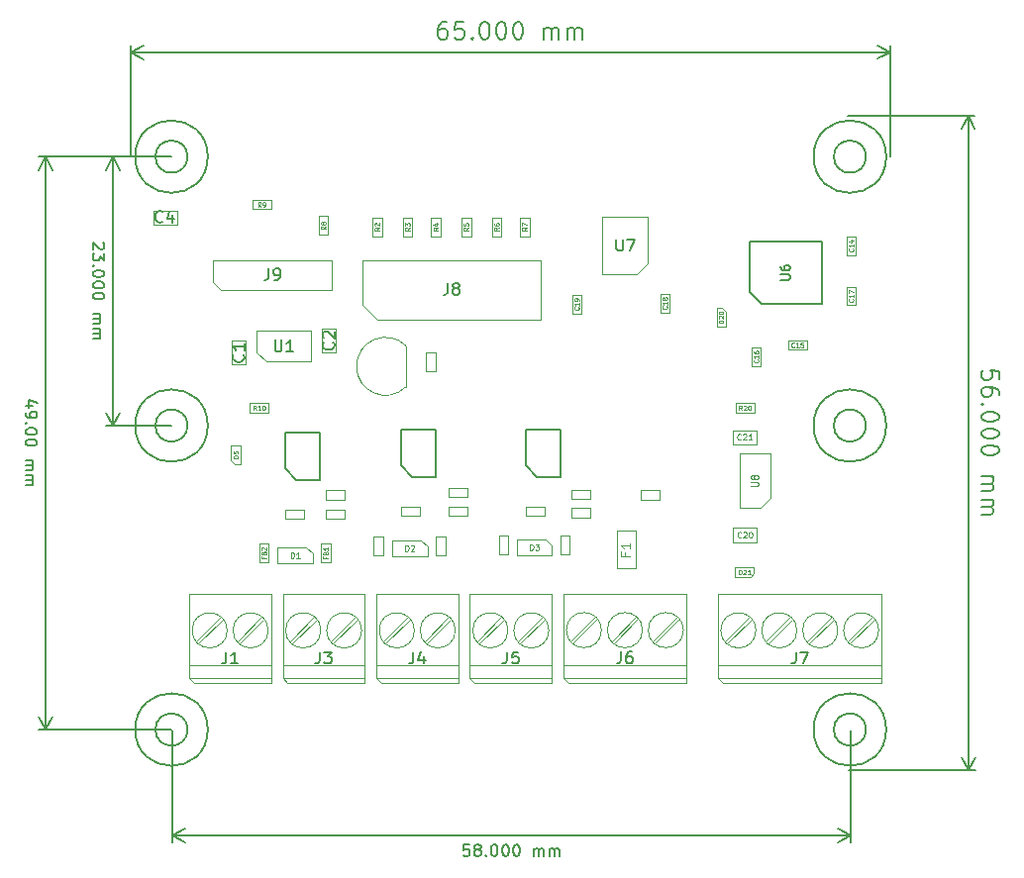
<source format=gbr>
G04 #@! TF.GenerationSoftware,KiCad,Pcbnew,(5.1.5-0-10_14)*
G04 #@! TF.CreationDate,2020-04-19T22:53:18-04:00*
G04 #@! TF.ProjectId,RPi-pHat-Thermocouple,5250692d-7048-4617-942d-546865726d6f,rev?*
G04 #@! TF.SameCoordinates,Original*
G04 #@! TF.FileFunction,Other,Fab,Top*
%FSLAX46Y46*%
G04 Gerber Fmt 4.6, Leading zero omitted, Abs format (unit mm)*
G04 Created by KiCad (PCBNEW (5.1.5-0-10_14)) date 2020-04-19 22:53:18*
%MOMM*%
%LPD*%
G04 APERTURE LIST*
%ADD10C,0.150000*%
%ADD11C,0.100000*%
%ADD12C,0.060000*%
%ADD13C,0.075000*%
%ADD14C,0.120000*%
%ADD15C,0.080000*%
%ADD16C,0.090000*%
G04 APERTURE END LIST*
D10*
X41453529Y-86835755D02*
X40977339Y-86835804D01*
X40929769Y-87312000D01*
X40977383Y-87264376D01*
X41072616Y-87216747D01*
X41310712Y-87216722D01*
X41405955Y-87264331D01*
X41453579Y-87311945D01*
X41501207Y-87407178D01*
X41501232Y-87645274D01*
X41453623Y-87740517D01*
X41406009Y-87788141D01*
X41310776Y-87835770D01*
X41072680Y-87835794D01*
X40977437Y-87788185D01*
X40929813Y-87740571D01*
X42072621Y-87264262D02*
X41977378Y-87216653D01*
X41929754Y-87169039D01*
X41882125Y-87073806D01*
X41882120Y-87026187D01*
X41929730Y-86930944D01*
X41977344Y-86883320D01*
X42072577Y-86835691D01*
X42263053Y-86835671D01*
X42358296Y-86883280D01*
X42405920Y-86930894D01*
X42453549Y-87026128D01*
X42453554Y-87073747D01*
X42405945Y-87168990D01*
X42358331Y-87216614D01*
X42263097Y-87264243D01*
X42072621Y-87264262D01*
X41977388Y-87311891D01*
X41929774Y-87359515D01*
X41882165Y-87454758D01*
X41882184Y-87645234D01*
X41929813Y-87740467D01*
X41977437Y-87788082D01*
X42072680Y-87835691D01*
X42263157Y-87835671D01*
X42358390Y-87788042D01*
X42406004Y-87740418D01*
X42453613Y-87645175D01*
X42453593Y-87454699D01*
X42405964Y-87359466D01*
X42358340Y-87311852D01*
X42263097Y-87264243D01*
X42882194Y-87740369D02*
X42929818Y-87787983D01*
X42882204Y-87835607D01*
X42834580Y-87787993D01*
X42882194Y-87740369D01*
X42882204Y-87835607D01*
X43548767Y-86835538D02*
X43644005Y-86835528D01*
X43739248Y-86883137D01*
X43786872Y-86930752D01*
X43834501Y-87025985D01*
X43882140Y-87216456D01*
X43882165Y-87454551D01*
X43834565Y-87645032D01*
X43786956Y-87740275D01*
X43739342Y-87787899D01*
X43644109Y-87835528D01*
X43548871Y-87835538D01*
X43453628Y-87787929D01*
X43406004Y-87740315D01*
X43358375Y-87645082D01*
X43310736Y-87454610D01*
X43310712Y-87216515D01*
X43358311Y-87026034D01*
X43405920Y-86930791D01*
X43453534Y-86883167D01*
X43548767Y-86835538D01*
X44501148Y-86835440D02*
X44596386Y-86835430D01*
X44691629Y-86883039D01*
X44739253Y-86930653D01*
X44786882Y-87025886D01*
X44834521Y-87216357D01*
X44834546Y-87454453D01*
X44786946Y-87644934D01*
X44739337Y-87740177D01*
X44691723Y-87787801D01*
X44596490Y-87835430D01*
X44501252Y-87835440D01*
X44406009Y-87787830D01*
X44358385Y-87740216D01*
X44310756Y-87644983D01*
X44263117Y-87454512D01*
X44263092Y-87216417D01*
X44310692Y-87025935D01*
X44358301Y-86930692D01*
X44405915Y-86883068D01*
X44501148Y-86835440D01*
X45453529Y-86835341D02*
X45548767Y-86835331D01*
X45644010Y-86882940D01*
X45691634Y-86930555D01*
X45739263Y-87025788D01*
X45786902Y-87216259D01*
X45786927Y-87454354D01*
X45739327Y-87644835D01*
X45691718Y-87740078D01*
X45644104Y-87787702D01*
X45548871Y-87835331D01*
X45453633Y-87835341D01*
X45358390Y-87787732D01*
X45310766Y-87740118D01*
X45263137Y-87644885D01*
X45215498Y-87454413D01*
X45215473Y-87216318D01*
X45263073Y-87025837D01*
X45310682Y-86930594D01*
X45358296Y-86882970D01*
X45453529Y-86835341D01*
X46977442Y-87835183D02*
X46977373Y-87168517D01*
X46977383Y-87263755D02*
X47024997Y-87216131D01*
X47120230Y-87168502D01*
X47263088Y-87168487D01*
X47358331Y-87216096D01*
X47405959Y-87311330D01*
X47406014Y-87835139D01*
X47405959Y-87311330D02*
X47453569Y-87216087D01*
X47548802Y-87168458D01*
X47691659Y-87168443D01*
X47786902Y-87216052D01*
X47834531Y-87311285D01*
X47834585Y-87835095D01*
X48310776Y-87835045D02*
X48310707Y-87168379D01*
X48310716Y-87263617D02*
X48358331Y-87215993D01*
X48453564Y-87168364D01*
X48596421Y-87168349D01*
X48691664Y-87215958D01*
X48739293Y-87311192D01*
X48739347Y-87835001D01*
X48739293Y-87311192D02*
X48786902Y-87215949D01*
X48882135Y-87168320D01*
X49024992Y-87168305D01*
X49120235Y-87215914D01*
X49167864Y-87311147D01*
X49167918Y-87834957D01*
X16072500Y-86086000D02*
X74072500Y-86080000D01*
X16071567Y-77067136D02*
X16072561Y-86672421D01*
X74071567Y-77061136D02*
X74072561Y-86666421D01*
X74072500Y-86080000D02*
X72946057Y-86666537D01*
X74072500Y-86080000D02*
X72945936Y-85493696D01*
X16072500Y-86086000D02*
X17199064Y-86672304D01*
X16072500Y-86086000D02*
X17198943Y-85499463D01*
X10164880Y-35353142D02*
X10212500Y-35400761D01*
X10260119Y-35496000D01*
X10260119Y-35734095D01*
X10212500Y-35829333D01*
X10164880Y-35876952D01*
X10069642Y-35924571D01*
X9974404Y-35924571D01*
X9831547Y-35876952D01*
X9260119Y-35305523D01*
X9260119Y-35924571D01*
X10260119Y-36257904D02*
X10260119Y-36876952D01*
X9879166Y-36543619D01*
X9879166Y-36686476D01*
X9831547Y-36781714D01*
X9783928Y-36829333D01*
X9688690Y-36876952D01*
X9450595Y-36876952D01*
X9355357Y-36829333D01*
X9307738Y-36781714D01*
X9260119Y-36686476D01*
X9260119Y-36400761D01*
X9307738Y-36305523D01*
X9355357Y-36257904D01*
X9355357Y-37305523D02*
X9307738Y-37353142D01*
X9260119Y-37305523D01*
X9307738Y-37257904D01*
X9355357Y-37305523D01*
X9260119Y-37305523D01*
X10260119Y-37972190D02*
X10260119Y-38067428D01*
X10212500Y-38162666D01*
X10164880Y-38210285D01*
X10069642Y-38257904D01*
X9879166Y-38305523D01*
X9641071Y-38305523D01*
X9450595Y-38257904D01*
X9355357Y-38210285D01*
X9307738Y-38162666D01*
X9260119Y-38067428D01*
X9260119Y-37972190D01*
X9307738Y-37876952D01*
X9355357Y-37829333D01*
X9450595Y-37781714D01*
X9641071Y-37734095D01*
X9879166Y-37734095D01*
X10069642Y-37781714D01*
X10164880Y-37829333D01*
X10212500Y-37876952D01*
X10260119Y-37972190D01*
X10260119Y-38924571D02*
X10260119Y-39019809D01*
X10212500Y-39115047D01*
X10164880Y-39162666D01*
X10069642Y-39210285D01*
X9879166Y-39257904D01*
X9641071Y-39257904D01*
X9450595Y-39210285D01*
X9355357Y-39162666D01*
X9307738Y-39115047D01*
X9260119Y-39019809D01*
X9260119Y-38924571D01*
X9307738Y-38829333D01*
X9355357Y-38781714D01*
X9450595Y-38734095D01*
X9641071Y-38686476D01*
X9879166Y-38686476D01*
X10069642Y-38734095D01*
X10164880Y-38781714D01*
X10212500Y-38829333D01*
X10260119Y-38924571D01*
X10260119Y-39876952D02*
X10260119Y-39972190D01*
X10212500Y-40067428D01*
X10164880Y-40115047D01*
X10069642Y-40162666D01*
X9879166Y-40210285D01*
X9641071Y-40210285D01*
X9450595Y-40162666D01*
X9355357Y-40115047D01*
X9307738Y-40067428D01*
X9260119Y-39972190D01*
X9260119Y-39876952D01*
X9307738Y-39781714D01*
X9355357Y-39734095D01*
X9450595Y-39686476D01*
X9641071Y-39638857D01*
X9879166Y-39638857D01*
X10069642Y-39686476D01*
X10164880Y-39734095D01*
X10212500Y-39781714D01*
X10260119Y-39876952D01*
X9260119Y-41400761D02*
X9926785Y-41400761D01*
X9831547Y-41400761D02*
X9879166Y-41448380D01*
X9926785Y-41543619D01*
X9926785Y-41686476D01*
X9879166Y-41781714D01*
X9783928Y-41829333D01*
X9260119Y-41829333D01*
X9783928Y-41829333D02*
X9879166Y-41876952D01*
X9926785Y-41972190D01*
X9926785Y-42115047D01*
X9879166Y-42210285D01*
X9783928Y-42257904D01*
X9260119Y-42257904D01*
X9260119Y-42734095D02*
X9926785Y-42734095D01*
X9831547Y-42734095D02*
X9879166Y-42781714D01*
X9926785Y-42876952D01*
X9926785Y-43019809D01*
X9879166Y-43115047D01*
X9783928Y-43162666D01*
X9260119Y-43162666D01*
X9783928Y-43162666D02*
X9879166Y-43210285D01*
X9926785Y-43305523D01*
X9926785Y-43448380D01*
X9879166Y-43543619D01*
X9783928Y-43591238D01*
X9260119Y-43591238D01*
X11012500Y-27996000D02*
X11012500Y-50996000D01*
X16012500Y-27996000D02*
X10426079Y-27996000D01*
X16012500Y-50996000D02*
X10426079Y-50996000D01*
X11012500Y-50996000D02*
X10426079Y-49869496D01*
X11012500Y-50996000D02*
X11598921Y-49869496D01*
X11012500Y-27996000D02*
X10426079Y-29122504D01*
X11012500Y-27996000D02*
X11598921Y-29122504D01*
X4165472Y-49313137D02*
X3498806Y-49313137D01*
X4546425Y-49075042D02*
X3832139Y-48836947D01*
X3832139Y-49455994D01*
X3498806Y-49884566D02*
X3498806Y-50075042D01*
X3546425Y-50170280D01*
X3594044Y-50217899D01*
X3736901Y-50313137D01*
X3927377Y-50360756D01*
X4308329Y-50360756D01*
X4403567Y-50313137D01*
X4451187Y-50265518D01*
X4498806Y-50170280D01*
X4498806Y-49979804D01*
X4451187Y-49884566D01*
X4403567Y-49836947D01*
X4308329Y-49789328D01*
X4070234Y-49789328D01*
X3974996Y-49836947D01*
X3927377Y-49884566D01*
X3879758Y-49979804D01*
X3879758Y-50170280D01*
X3927377Y-50265518D01*
X3974996Y-50313137D01*
X4070234Y-50360756D01*
X3594044Y-50789328D02*
X3546425Y-50836947D01*
X3498806Y-50789328D01*
X3546425Y-50741709D01*
X3594044Y-50789328D01*
X3498806Y-50789328D01*
X4498806Y-51455994D02*
X4498806Y-51551233D01*
X4451187Y-51646471D01*
X4403567Y-51694090D01*
X4308329Y-51741709D01*
X4117853Y-51789328D01*
X3879758Y-51789328D01*
X3689282Y-51741709D01*
X3594044Y-51694090D01*
X3546425Y-51646471D01*
X3498806Y-51551233D01*
X3498806Y-51455994D01*
X3546425Y-51360756D01*
X3594044Y-51313137D01*
X3689282Y-51265518D01*
X3879758Y-51217899D01*
X4117853Y-51217899D01*
X4308329Y-51265518D01*
X4403567Y-51313137D01*
X4451187Y-51360756D01*
X4498806Y-51455994D01*
X4498806Y-52408375D02*
X4498806Y-52503614D01*
X4451187Y-52598852D01*
X4403567Y-52646471D01*
X4308329Y-52694090D01*
X4117853Y-52741709D01*
X3879758Y-52741709D01*
X3689282Y-52694090D01*
X3594044Y-52646471D01*
X3546425Y-52598852D01*
X3498806Y-52503614D01*
X3498806Y-52408375D01*
X3546425Y-52313137D01*
X3594044Y-52265518D01*
X3689282Y-52217899D01*
X3879758Y-52170280D01*
X4117853Y-52170280D01*
X4308329Y-52217899D01*
X4403567Y-52265518D01*
X4451187Y-52313137D01*
X4498806Y-52408375D01*
X3498806Y-53932185D02*
X4165472Y-53932185D01*
X4070234Y-53932185D02*
X4117853Y-53979804D01*
X4165472Y-54075042D01*
X4165472Y-54217899D01*
X4117853Y-54313137D01*
X4022615Y-54360756D01*
X3498806Y-54360756D01*
X4022615Y-54360756D02*
X4117853Y-54408375D01*
X4165472Y-54503614D01*
X4165472Y-54646471D01*
X4117853Y-54741709D01*
X4022615Y-54789328D01*
X3498806Y-54789328D01*
X3498806Y-55265518D02*
X4165472Y-55265518D01*
X4070234Y-55265518D02*
X4117853Y-55313137D01*
X4165472Y-55408375D01*
X4165472Y-55551233D01*
X4117853Y-55646471D01*
X4022615Y-55694090D01*
X3498806Y-55694090D01*
X4022615Y-55694090D02*
X4117853Y-55741709D01*
X4165472Y-55836947D01*
X4165472Y-55979804D01*
X4117853Y-56075042D01*
X4022615Y-56122661D01*
X3498806Y-56122661D01*
X5249937Y-28000548D02*
X5252437Y-77006548D01*
X16000000Y-28000000D02*
X4663516Y-28000578D01*
X16002500Y-77006000D02*
X4666016Y-77006578D01*
X5252437Y-77006548D02*
X4665959Y-75880074D01*
X5252437Y-77006548D02*
X5838800Y-75880014D01*
X5249937Y-28000548D02*
X4663574Y-29127082D01*
X5249937Y-28000548D02*
X5836415Y-29127022D01*
X86727961Y-47035130D02*
X86727833Y-46320845D01*
X86013535Y-46249544D01*
X86084976Y-46320960D01*
X86156430Y-46463804D01*
X86156494Y-46820947D01*
X86085091Y-46963817D01*
X86013675Y-47035258D01*
X85870831Y-47106712D01*
X85513688Y-47106776D01*
X85370818Y-47035373D01*
X85299377Y-46963957D01*
X85227922Y-46821113D01*
X85227859Y-46463970D01*
X85299262Y-46321100D01*
X85370678Y-46249659D01*
X86728203Y-48392273D02*
X86728152Y-48106559D01*
X86656698Y-47963715D01*
X86585257Y-47892299D01*
X86370945Y-47749480D01*
X86085218Y-47678102D01*
X85513790Y-47678204D01*
X85370945Y-47749659D01*
X85299530Y-47821100D01*
X85228127Y-47963970D01*
X85228178Y-48249684D01*
X85299632Y-48392528D01*
X85371073Y-48463944D01*
X85513943Y-48535347D01*
X85871086Y-48535284D01*
X86013930Y-48463829D01*
X86085346Y-48392388D01*
X86156749Y-48249518D01*
X86156698Y-47963804D01*
X86085244Y-47820960D01*
X86013803Y-47749544D01*
X85870933Y-47678141D01*
X85371200Y-49178230D02*
X85299785Y-49249671D01*
X85228343Y-49178255D01*
X85299759Y-49106814D01*
X85371200Y-49178230D01*
X85228343Y-49178255D01*
X86728522Y-50177988D02*
X86728547Y-50320845D01*
X86657144Y-50463715D01*
X86585729Y-50535156D01*
X86442884Y-50606610D01*
X86157183Y-50678090D01*
X85800040Y-50678153D01*
X85514313Y-50606776D01*
X85371443Y-50535373D01*
X85300002Y-50463957D01*
X85228547Y-50321113D01*
X85228522Y-50178255D01*
X85299925Y-50035386D01*
X85371341Y-49963944D01*
X85514185Y-49892490D01*
X85799887Y-49821011D01*
X86157030Y-49820947D01*
X86442757Y-49892324D01*
X86585626Y-49963727D01*
X86657068Y-50035143D01*
X86728522Y-50177988D01*
X86728777Y-51606559D02*
X86728803Y-51749416D01*
X86657399Y-51892286D01*
X86585984Y-51963727D01*
X86443139Y-52035181D01*
X86157438Y-52106661D01*
X85800295Y-52106725D01*
X85514568Y-52035347D01*
X85371698Y-51963944D01*
X85300257Y-51892528D01*
X85228803Y-51749684D01*
X85228777Y-51606827D01*
X85300180Y-51463957D01*
X85371596Y-51392516D01*
X85514440Y-51321062D01*
X85800142Y-51249582D01*
X86157285Y-51249518D01*
X86443012Y-51320896D01*
X86585882Y-51392299D01*
X86657323Y-51463715D01*
X86728777Y-51606559D01*
X86729032Y-53035130D02*
X86729058Y-53177988D01*
X86657655Y-53320857D01*
X86586239Y-53392299D01*
X86443394Y-53463753D01*
X86157693Y-53535232D01*
X85800550Y-53535296D01*
X85514823Y-53463919D01*
X85371953Y-53392516D01*
X85300512Y-53321100D01*
X85229058Y-53178255D01*
X85229032Y-53035398D01*
X85300435Y-52892528D01*
X85371851Y-52821087D01*
X85514695Y-52749633D01*
X85800397Y-52678153D01*
X86157540Y-52678090D01*
X86443267Y-52749467D01*
X86586137Y-52820870D01*
X86657578Y-52892286D01*
X86729032Y-53035130D01*
X85229440Y-55321112D02*
X86229440Y-55320934D01*
X86086583Y-55320959D02*
X86158024Y-55392375D01*
X86229479Y-55535220D01*
X86229517Y-55749505D01*
X86158114Y-55892375D01*
X86015269Y-55963829D01*
X85229555Y-55963970D01*
X86015269Y-55963829D02*
X86158139Y-56035232D01*
X86229593Y-56178077D01*
X86229632Y-56392362D01*
X86158229Y-56535232D01*
X86015384Y-56606686D01*
X85229670Y-56606827D01*
X85229797Y-57321112D02*
X86229797Y-57320934D01*
X86086940Y-57320959D02*
X86158382Y-57392375D01*
X86229836Y-57535220D01*
X86229874Y-57749505D01*
X86158471Y-57892375D01*
X86015626Y-57963829D01*
X85229912Y-57963970D01*
X86015626Y-57963829D02*
X86158496Y-58035232D01*
X86229950Y-58178077D01*
X86229989Y-58392362D01*
X86158586Y-58535232D01*
X86015741Y-58606686D01*
X85230027Y-58606827D01*
X84102502Y-24464170D02*
X84112502Y-80464170D01*
X73852500Y-24466000D02*
X84688923Y-24464065D01*
X73862500Y-80466000D02*
X84698923Y-80464065D01*
X84112502Y-80464170D02*
X83525880Y-79337771D01*
X84112502Y-80464170D02*
X84698722Y-79337562D01*
X84102502Y-24464170D02*
X83516282Y-25590778D01*
X84102502Y-24464170D02*
X84689124Y-25590569D01*
X39481867Y-16459533D02*
X39196152Y-16459797D01*
X39053361Y-16531357D01*
X38981999Y-16602852D01*
X38839339Y-16817269D01*
X38768175Y-17103049D01*
X38768702Y-17674478D01*
X38840262Y-17817269D01*
X38911757Y-17888631D01*
X39054680Y-17959928D01*
X39340394Y-17959664D01*
X39483185Y-17888104D01*
X39554548Y-17816610D01*
X39625845Y-17673687D01*
X39625515Y-17316544D01*
X39553954Y-17173753D01*
X39482460Y-17102390D01*
X39339537Y-17031093D01*
X39053823Y-17031357D01*
X38911032Y-17102918D01*
X38839669Y-17174412D01*
X38768372Y-17317335D01*
X40981866Y-16458149D02*
X40267581Y-16458808D01*
X40196811Y-17173159D01*
X40268174Y-17101665D01*
X40410965Y-17030104D01*
X40768108Y-17029775D01*
X40911031Y-17101071D01*
X40982525Y-17172434D01*
X41054086Y-17315225D01*
X41054415Y-17672368D01*
X40983119Y-17815291D01*
X40911756Y-17886785D01*
X40768965Y-17958346D01*
X40411822Y-17958675D01*
X40268899Y-17887379D01*
X40197405Y-17816016D01*
X41697404Y-17814632D02*
X41768899Y-17885994D01*
X41697536Y-17957489D01*
X41626042Y-17886126D01*
X41697404Y-17814632D01*
X41697536Y-17957489D01*
X42696151Y-16456566D02*
X42839008Y-16456434D01*
X42981931Y-16527731D01*
X43053426Y-16599094D01*
X43124986Y-16741885D01*
X43196678Y-17027533D01*
X43197008Y-17384676D01*
X43125843Y-17670456D01*
X43054546Y-17813379D01*
X42983184Y-17884873D01*
X42840393Y-17956434D01*
X42697536Y-17956566D01*
X42554613Y-17885269D01*
X42483118Y-17813906D01*
X42411558Y-17671115D01*
X42339865Y-17385467D01*
X42339536Y-17028324D01*
X42410701Y-16742544D01*
X42481997Y-16599621D01*
X42553360Y-16528127D01*
X42696151Y-16456566D01*
X44124722Y-16455247D02*
X44267579Y-16455116D01*
X44410502Y-16526412D01*
X44481996Y-16597775D01*
X44553557Y-16740566D01*
X44625249Y-17026214D01*
X44625579Y-17383357D01*
X44554414Y-17669137D01*
X44483117Y-17812060D01*
X44411755Y-17883555D01*
X44268963Y-17955115D01*
X44126106Y-17955247D01*
X43983183Y-17883950D01*
X43911689Y-17812588D01*
X43840128Y-17669796D01*
X43768436Y-17384148D01*
X43768107Y-17027005D01*
X43839271Y-16741225D01*
X43910568Y-16598302D01*
X43981931Y-16526808D01*
X44124722Y-16455247D01*
X45553293Y-16453929D02*
X45696150Y-16453797D01*
X45839073Y-16525094D01*
X45910567Y-16596456D01*
X45982128Y-16739247D01*
X46053820Y-17024896D01*
X46054150Y-17382038D01*
X45982985Y-17667818D01*
X45911688Y-17810741D01*
X45840325Y-17882236D01*
X45697534Y-17953796D01*
X45554677Y-17953928D01*
X45411754Y-17882631D01*
X45340260Y-17811269D01*
X45268699Y-17668478D01*
X45197007Y-17382830D01*
X45196677Y-17025687D01*
X45267842Y-16739907D01*
X45339139Y-16596984D01*
X45410501Y-16525489D01*
X45553293Y-16453929D01*
X47840391Y-17951818D02*
X47839467Y-16951819D01*
X47839599Y-17094676D02*
X47910962Y-17023181D01*
X48053753Y-16951621D01*
X48268039Y-16951423D01*
X48410962Y-17022720D01*
X48482522Y-17165511D01*
X48483247Y-17951225D01*
X48482522Y-17165511D02*
X48553819Y-17022588D01*
X48696610Y-16951027D01*
X48910896Y-16950830D01*
X49053819Y-17022126D01*
X49125379Y-17164918D01*
X49126104Y-17950631D01*
X49840390Y-17949972D02*
X49839467Y-16949973D01*
X49839598Y-17092830D02*
X49910961Y-17021335D01*
X50053752Y-16949775D01*
X50268038Y-16949577D01*
X50410961Y-17020874D01*
X50482521Y-17163665D01*
X50483247Y-17949379D01*
X50482521Y-17163665D02*
X50553818Y-17020742D01*
X50696609Y-16949181D01*
X50910895Y-16948984D01*
X51053818Y-17020280D01*
X51125378Y-17163071D01*
X51126103Y-17948785D01*
X12484285Y-19105884D02*
X77484285Y-19045884D01*
X12492500Y-28006000D02*
X12483743Y-18519463D01*
X77492500Y-27946000D02*
X77483743Y-18459463D01*
X77484285Y-19045884D02*
X76358323Y-19633344D01*
X77484285Y-19045884D02*
X76357240Y-18460503D01*
X12484285Y-19105884D02*
X13611330Y-19691265D01*
X12484285Y-19105884D02*
X13610247Y-18518424D01*
D11*
X32330000Y-40640000D02*
X32330000Y-36830000D01*
X32330000Y-36830000D02*
X47570000Y-36830000D01*
X47570000Y-36830000D02*
X47570000Y-41910000D01*
X47570000Y-41910000D02*
X33600000Y-41910000D01*
X33600000Y-41910000D02*
X32330000Y-40640000D01*
D10*
X65412500Y-39566000D02*
X65412500Y-35266000D01*
X65412500Y-35266000D02*
X71612500Y-35266000D01*
X71612500Y-35266000D02*
X71612500Y-40566000D01*
X71612500Y-40566000D02*
X66412500Y-40566000D01*
X66412500Y-40566000D02*
X65412500Y-39566000D01*
X77100000Y-77000000D02*
G75*
G03X77100000Y-77000000I-3100000J0D01*
G01*
X75375000Y-77000000D02*
G75*
G03X75375000Y-77000000I-1375000J0D01*
G01*
X19100000Y-77000000D02*
G75*
G03X19100000Y-77000000I-3100000J0D01*
G01*
X17375000Y-77000000D02*
G75*
G03X17375000Y-77000000I-1375000J0D01*
G01*
D11*
X28800000Y-62700000D02*
X28800000Y-61100000D01*
X29600000Y-62700000D02*
X28800000Y-62700000D01*
X29600000Y-61100000D02*
X29600000Y-62700000D01*
X28800000Y-61100000D02*
X29600000Y-61100000D01*
X75917500Y-67378000D02*
X73825500Y-69471000D01*
X76100500Y-67561000D02*
X74008500Y-69654000D01*
X72417500Y-67378000D02*
X70325500Y-69471000D01*
X72600500Y-67561000D02*
X70508500Y-69654000D01*
X68917500Y-67378000D02*
X66825500Y-69471000D01*
X69100500Y-67561000D02*
X67008500Y-69654000D01*
X65417500Y-67378000D02*
X63324500Y-69471000D01*
X65600500Y-67561000D02*
X63507500Y-69654000D01*
X62712500Y-71516000D02*
X76712500Y-71516000D01*
X62712500Y-72616000D02*
X76712500Y-72616000D01*
X62712500Y-72616000D02*
X62712500Y-65416000D01*
X63112500Y-73016000D02*
X62712500Y-72616000D01*
X76712500Y-73016000D02*
X63112500Y-73016000D01*
X76712500Y-65416000D02*
X76712500Y-73016000D01*
X62712500Y-65416000D02*
X76712500Y-65416000D01*
X76462500Y-68516000D02*
G75*
G03X76462500Y-68516000I-1500000J0D01*
G01*
X72962500Y-68516000D02*
G75*
G03X72962500Y-68516000I-1500000J0D01*
G01*
X69462500Y-68516000D02*
G75*
G03X69462500Y-68516000I-1500000J0D01*
G01*
X65962500Y-68516000D02*
G75*
G03X65962500Y-68516000I-1500000J0D01*
G01*
X55762500Y-38066000D02*
X52837500Y-38066000D01*
X52837500Y-38066000D02*
X52837500Y-33166000D01*
X52837500Y-33166000D02*
X56737500Y-33166000D01*
X56737500Y-33166000D02*
X56737500Y-37091000D01*
X56737500Y-37091000D02*
X55762500Y-38066000D01*
X59217500Y-67358000D02*
X57125500Y-69451000D01*
X59400500Y-67541000D02*
X57308500Y-69634000D01*
X55717500Y-67358000D02*
X53625500Y-69451000D01*
X55900500Y-67541000D02*
X53808500Y-69634000D01*
X52217500Y-67358000D02*
X50124500Y-69451000D01*
X52400500Y-67541000D02*
X50307500Y-69634000D01*
X49512500Y-71496000D02*
X60012500Y-71496000D01*
X49512500Y-72596000D02*
X60012500Y-72596000D01*
X49512500Y-72596000D02*
X49512500Y-65396000D01*
X49912500Y-72996000D02*
X49512500Y-72596000D01*
X60012500Y-72996000D02*
X49912500Y-72996000D01*
X60012500Y-65396000D02*
X60012500Y-72996000D01*
X49512500Y-65396000D02*
X60012500Y-65396000D01*
X59762500Y-68496000D02*
G75*
G03X59762500Y-68496000I-1500000J0D01*
G01*
X56262500Y-68496000D02*
G75*
G03X56262500Y-68496000I-1500000J0D01*
G01*
X52762500Y-68496000D02*
G75*
G03X52762500Y-68496000I-1500000J0D01*
G01*
X47717500Y-67378000D02*
X45625500Y-69471000D01*
X47900500Y-67561000D02*
X45808500Y-69654000D01*
X44217500Y-67378000D02*
X42124500Y-69471000D01*
X44400500Y-67561000D02*
X42307500Y-69654000D01*
X41512500Y-71516000D02*
X48512500Y-71516000D01*
X41512500Y-72616000D02*
X48512500Y-72616000D01*
X41512500Y-72616000D02*
X41512500Y-65416000D01*
X41912500Y-73016000D02*
X41512500Y-72616000D01*
X48512500Y-73016000D02*
X41912500Y-73016000D01*
X48512500Y-65416000D02*
X48512500Y-73016000D01*
X41512500Y-65416000D02*
X48512500Y-65416000D01*
X48262500Y-68516000D02*
G75*
G03X48262500Y-68516000I-1500000J0D01*
G01*
X44762500Y-68516000D02*
G75*
G03X44762500Y-68516000I-1500000J0D01*
G01*
X39717500Y-67378000D02*
X37625500Y-69471000D01*
X39900500Y-67561000D02*
X37808500Y-69654000D01*
X36217500Y-67378000D02*
X34124500Y-69471000D01*
X36400500Y-67561000D02*
X34307500Y-69654000D01*
X33512500Y-71516000D02*
X40512500Y-71516000D01*
X33512500Y-72616000D02*
X40512500Y-72616000D01*
X33512500Y-72616000D02*
X33512500Y-65416000D01*
X33912500Y-73016000D02*
X33512500Y-72616000D01*
X40512500Y-73016000D02*
X33912500Y-73016000D01*
X40512500Y-65416000D02*
X40512500Y-73016000D01*
X33512500Y-65416000D02*
X40512500Y-65416000D01*
X40262500Y-68516000D02*
G75*
G03X40262500Y-68516000I-1500000J0D01*
G01*
X36762500Y-68516000D02*
G75*
G03X36762500Y-68516000I-1500000J0D01*
G01*
X31717500Y-67378000D02*
X29625500Y-69471000D01*
X31900500Y-67561000D02*
X29808500Y-69654000D01*
X28217500Y-67378000D02*
X26124500Y-69471000D01*
X28400500Y-67561000D02*
X26307500Y-69654000D01*
X25512500Y-71516000D02*
X32512500Y-71516000D01*
X25512500Y-72616000D02*
X32512500Y-72616000D01*
X25512500Y-72616000D02*
X25512500Y-65416000D01*
X25912500Y-73016000D02*
X25512500Y-72616000D01*
X32512500Y-73016000D02*
X25912500Y-73016000D01*
X32512500Y-65416000D02*
X32512500Y-73016000D01*
X25512500Y-65416000D02*
X32512500Y-65416000D01*
X32262500Y-68516000D02*
G75*
G03X32262500Y-68516000I-1500000J0D01*
G01*
X28762500Y-68516000D02*
G75*
G03X28762500Y-68516000I-1500000J0D01*
G01*
X23717500Y-67378000D02*
X21625500Y-69471000D01*
X23900500Y-67561000D02*
X21808500Y-69654000D01*
X20217500Y-67378000D02*
X18124500Y-69471000D01*
X20400500Y-67561000D02*
X18307500Y-69654000D01*
X17512500Y-71516000D02*
X24512500Y-71516000D01*
X17512500Y-72616000D02*
X24512500Y-72616000D01*
X17512500Y-72616000D02*
X17512500Y-65416000D01*
X17912500Y-73016000D02*
X17512500Y-72616000D01*
X24512500Y-73016000D02*
X17912500Y-73016000D01*
X24512500Y-65416000D02*
X24512500Y-73016000D01*
X17512500Y-65416000D02*
X24512500Y-65416000D01*
X24262500Y-68516000D02*
G75*
G03X24262500Y-68516000I-1500000J0D01*
G01*
X20762500Y-68516000D02*
G75*
G03X20762500Y-68516000I-1500000J0D01*
G01*
X14500000Y-32600000D02*
X16500000Y-32600000D01*
X14500000Y-33800000D02*
X14500000Y-32600000D01*
X16500000Y-33800000D02*
X14500000Y-33800000D01*
X16500000Y-32600000D02*
X16500000Y-33800000D01*
X27512500Y-61416000D02*
X25062500Y-61416000D01*
X28082500Y-61966000D02*
X28082500Y-62816000D01*
X27512500Y-61416000D02*
X28082500Y-61966000D01*
X28082500Y-62816000D02*
X25042500Y-62816000D01*
X25042500Y-61416000D02*
X25042500Y-62816000D01*
D10*
X17375000Y-51000000D02*
G75*
G03X17375000Y-51000000I-1375000J0D01*
G01*
X19100000Y-51000000D02*
G75*
G03X19100000Y-51000000I-3100000J0D01*
G01*
X75375000Y-28000000D02*
G75*
G03X75375000Y-28000000I-1375000J0D01*
G01*
X77100000Y-28000000D02*
G75*
G03X77100000Y-28000000I-3100000J0D01*
G01*
X75375000Y-51000000D02*
G75*
G03X75375000Y-51000000I-1375000J0D01*
G01*
X77100000Y-51000000D02*
G75*
G03X77100000Y-51000000I-3100000J0D01*
G01*
X17375000Y-28000000D02*
G75*
G03X17375000Y-28000000I-1375000J0D01*
G01*
X19100000Y-28000000D02*
G75*
G03X19100000Y-28000000I-3100000J0D01*
G01*
D11*
X29200000Y-56550000D02*
X30800000Y-56550000D01*
X29200000Y-57350000D02*
X29200000Y-56550000D01*
X30800000Y-57350000D02*
X29200000Y-57350000D01*
X30800000Y-56550000D02*
X30800000Y-57350000D01*
X27350000Y-58178000D02*
X27350000Y-58978000D01*
X27350000Y-58978000D02*
X25750000Y-58978000D01*
X25750000Y-58978000D02*
X25750000Y-58178000D01*
X25750000Y-58178000D02*
X27350000Y-58178000D01*
X37787500Y-46366000D02*
X37787500Y-44766000D01*
X38587500Y-46366000D02*
X37787500Y-46366000D01*
X38587500Y-44766000D02*
X38587500Y-46366000D01*
X37787500Y-44766000D02*
X38587500Y-44766000D01*
X39700000Y-56300000D02*
X41300000Y-56300000D01*
X39700000Y-57100000D02*
X39700000Y-56300000D01*
X41300000Y-57100000D02*
X39700000Y-57100000D01*
X41300000Y-56300000D02*
X41300000Y-57100000D01*
X37260000Y-57928000D02*
X37260000Y-58728000D01*
X37260000Y-58728000D02*
X35660000Y-58728000D01*
X35660000Y-58728000D02*
X35660000Y-57928000D01*
X35660000Y-57928000D02*
X37260000Y-57928000D01*
X50187500Y-56491000D02*
X51787500Y-56491000D01*
X50187500Y-57291000D02*
X50187500Y-56491000D01*
X51787500Y-57291000D02*
X50187500Y-57291000D01*
X51787500Y-56491000D02*
X51787500Y-57291000D01*
X47920000Y-57928000D02*
X47920000Y-58728000D01*
X47920000Y-58728000D02*
X46320000Y-58728000D01*
X46320000Y-58728000D02*
X46320000Y-57928000D01*
X46320000Y-57928000D02*
X47920000Y-57928000D01*
X30800000Y-59000000D02*
X29200000Y-59000000D01*
X30800000Y-58200000D02*
X30800000Y-59000000D01*
X29200000Y-58200000D02*
X30800000Y-58200000D01*
X29200000Y-59000000D02*
X29200000Y-58200000D01*
X39700000Y-58710000D02*
X39700000Y-57910000D01*
X39700000Y-57910000D02*
X41300000Y-57910000D01*
X41300000Y-57910000D02*
X41300000Y-58710000D01*
X41300000Y-58710000D02*
X39700000Y-58710000D01*
X51800000Y-58850000D02*
X50200000Y-58850000D01*
X51800000Y-58050000D02*
X51800000Y-58850000D01*
X50200000Y-58050000D02*
X51800000Y-58050000D01*
X50200000Y-58850000D02*
X50200000Y-58050000D01*
X28862500Y-44716000D02*
X28862500Y-42716000D01*
X30062500Y-44716000D02*
X28862500Y-44716000D01*
X30062500Y-42716000D02*
X30062500Y-44716000D01*
X28862500Y-42716000D02*
X30062500Y-42716000D01*
X21172500Y-43766000D02*
X22372500Y-43766000D01*
X22372500Y-43766000D02*
X22372500Y-45766000D01*
X22372500Y-45766000D02*
X21172500Y-45766000D01*
X21172500Y-45766000D02*
X21172500Y-43766000D01*
X57712500Y-56541000D02*
X57712500Y-57341000D01*
X57712500Y-57341000D02*
X56112500Y-57341000D01*
X56112500Y-57341000D02*
X56112500Y-56541000D01*
X56112500Y-56541000D02*
X57712500Y-56541000D01*
D10*
X25685000Y-54625000D02*
X25685000Y-51625000D01*
X25685000Y-51625000D02*
X28685000Y-51625000D01*
X28685000Y-51625000D02*
X28685000Y-55625000D01*
X28685000Y-55625000D02*
X26685000Y-55625000D01*
X26685000Y-55625000D02*
X25685000Y-54625000D01*
D11*
X36047500Y-47701000D02*
X36047500Y-44201000D01*
X36051125Y-44177375D02*
G75*
G03X31817500Y-45931000I-1753625J-1753625D01*
G01*
X36051125Y-47684625D02*
G75*
G02X31817500Y-45931000I-1753625J1753625D01*
G01*
D10*
X36595000Y-55375000D02*
X35595000Y-54375000D01*
X38595000Y-55375000D02*
X36595000Y-55375000D01*
X38595000Y-51375000D02*
X38595000Y-55375000D01*
X35595000Y-51375000D02*
X38595000Y-51375000D01*
X35595000Y-54375000D02*
X35595000Y-51375000D01*
X46255000Y-54370000D02*
X46255000Y-51370000D01*
X46255000Y-51370000D02*
X49255000Y-51370000D01*
X49255000Y-51370000D02*
X49255000Y-55370000D01*
X49255000Y-55370000D02*
X47255000Y-55370000D01*
X47255000Y-55370000D02*
X46255000Y-54370000D01*
D11*
X24092500Y-45519800D02*
X23302500Y-44729800D01*
X23302500Y-42919800D02*
X27902500Y-42919800D01*
X27902500Y-42919800D02*
X27902500Y-45519800D01*
X27902500Y-45519800D02*
X24092500Y-45519800D01*
X23302500Y-44729800D02*
X23302500Y-42919800D01*
X23500000Y-61100000D02*
X24300000Y-61100000D01*
X24300000Y-61100000D02*
X24300000Y-62700000D01*
X24300000Y-62700000D02*
X23500000Y-62700000D01*
X23500000Y-62700000D02*
X23500000Y-61100000D01*
X38600000Y-62100000D02*
X38600000Y-60500000D01*
X39400000Y-62100000D02*
X38600000Y-62100000D01*
X39400000Y-60500000D02*
X39400000Y-62100000D01*
X38600000Y-60500000D02*
X39400000Y-60500000D01*
X33300000Y-60500000D02*
X34100000Y-60500000D01*
X34100000Y-60500000D02*
X34100000Y-62100000D01*
X34100000Y-62100000D02*
X33300000Y-62100000D01*
X33300000Y-62100000D02*
X33300000Y-60500000D01*
X49250000Y-62000000D02*
X49250000Y-60400000D01*
X50050000Y-62000000D02*
X49250000Y-62000000D01*
X50050000Y-60400000D02*
X50050000Y-62000000D01*
X49250000Y-60400000D02*
X50050000Y-60400000D01*
X44000000Y-60387500D02*
X44800000Y-60387500D01*
X44800000Y-60387500D02*
X44800000Y-61987500D01*
X44800000Y-61987500D02*
X44000000Y-61987500D01*
X44000000Y-61987500D02*
X44000000Y-60387500D01*
X37310000Y-60814000D02*
X34860000Y-60814000D01*
X37880000Y-61364000D02*
X37880000Y-62214000D01*
X37310000Y-60814000D02*
X37880000Y-61364000D01*
X37880000Y-62214000D02*
X34840000Y-62214000D01*
X34840000Y-60814000D02*
X34840000Y-62214000D01*
X45500000Y-60714000D02*
X45500000Y-62114000D01*
X48540000Y-62114000D02*
X45500000Y-62114000D01*
X47970000Y-60714000D02*
X48540000Y-61264000D01*
X48540000Y-61264000D02*
X48540000Y-62114000D01*
X47970000Y-60714000D02*
X45520000Y-60714000D01*
X73712500Y-34816000D02*
X74512500Y-34816000D01*
X74512500Y-34816000D02*
X74512500Y-36416000D01*
X74512500Y-36416000D02*
X73712500Y-36416000D01*
X73712500Y-36416000D02*
X73712500Y-34816000D01*
X70312500Y-44516000D02*
X68712500Y-44516000D01*
X70312500Y-43716000D02*
X70312500Y-44516000D01*
X68712500Y-43716000D02*
X70312500Y-43716000D01*
X68712500Y-44516000D02*
X68712500Y-43716000D01*
X65600000Y-44316000D02*
X66400000Y-44316000D01*
X66400000Y-44316000D02*
X66400000Y-45916000D01*
X66400000Y-45916000D02*
X65600000Y-45916000D01*
X65600000Y-45916000D02*
X65600000Y-44316000D01*
X74512500Y-39116000D02*
X74512500Y-40716000D01*
X73712500Y-39116000D02*
X74512500Y-39116000D01*
X73712500Y-40716000D02*
X73712500Y-39116000D01*
X74512500Y-40716000D02*
X73712500Y-40716000D01*
X57792500Y-41346000D02*
X57792500Y-39746000D01*
X58592500Y-41346000D02*
X57792500Y-41346000D01*
X58592500Y-39746000D02*
X58592500Y-41346000D01*
X57792500Y-39746000D02*
X58592500Y-39746000D01*
X50262500Y-39816000D02*
X51062500Y-39816000D01*
X51062500Y-39816000D02*
X51062500Y-41416000D01*
X51062500Y-41416000D02*
X50262500Y-41416000D01*
X50262500Y-41416000D02*
X50262500Y-39816000D01*
X55662500Y-63216000D02*
X54062500Y-63216000D01*
X54062500Y-63216000D02*
X54062500Y-60016000D01*
X54062500Y-60016000D02*
X55662500Y-60016000D01*
X55662500Y-60016000D02*
X55662500Y-63216000D01*
X64012500Y-60966000D02*
X64012500Y-59766000D01*
X64012500Y-59766000D02*
X66012500Y-59766000D01*
X66012500Y-59766000D02*
X66012500Y-60966000D01*
X66012500Y-60966000D02*
X64012500Y-60966000D01*
X66000000Y-52600000D02*
X64000000Y-52600000D01*
X66000000Y-51400000D02*
X66000000Y-52600000D01*
X64000000Y-51400000D02*
X66000000Y-51400000D01*
X64000000Y-52600000D02*
X64000000Y-51400000D01*
X67182500Y-57226000D02*
X66392500Y-58016000D01*
X64582500Y-58016000D02*
X64582500Y-53416000D01*
X64582500Y-53416000D02*
X67182500Y-53416000D01*
X67182500Y-53416000D02*
X67182500Y-57226000D01*
X66392500Y-58016000D02*
X64582500Y-58016000D01*
X19558000Y-38735000D02*
X19558000Y-36830000D01*
X19558000Y-36830000D02*
X29718000Y-36830000D01*
X29718000Y-36830000D02*
X29718000Y-39370000D01*
X29718000Y-39370000D02*
X20193000Y-39370000D01*
X20193000Y-39370000D02*
X19558000Y-38735000D01*
X33200000Y-34800000D02*
X33200000Y-33200000D01*
X34000000Y-34800000D02*
X33200000Y-34800000D01*
X34000000Y-33200000D02*
X34000000Y-34800000D01*
X33200000Y-33200000D02*
X34000000Y-33200000D01*
X38200000Y-34800000D02*
X38200000Y-33200000D01*
X39000000Y-34800000D02*
X38200000Y-34800000D01*
X39000000Y-33200000D02*
X39000000Y-34800000D01*
X38200000Y-33200000D02*
X39000000Y-33200000D01*
X43400000Y-34800000D02*
X43400000Y-33200000D01*
X44200000Y-34800000D02*
X43400000Y-34800000D01*
X44200000Y-33200000D02*
X44200000Y-34800000D01*
X43400000Y-33200000D02*
X44200000Y-33200000D01*
X35800000Y-33200000D02*
X36600000Y-33200000D01*
X36600000Y-33200000D02*
X36600000Y-34800000D01*
X36600000Y-34800000D02*
X35800000Y-34800000D01*
X35800000Y-34800000D02*
X35800000Y-33200000D01*
X40800000Y-33200000D02*
X41600000Y-33200000D01*
X41600000Y-33200000D02*
X41600000Y-34800000D01*
X41600000Y-34800000D02*
X40800000Y-34800000D01*
X40800000Y-34800000D02*
X40800000Y-33200000D01*
X45800000Y-33200000D02*
X46600000Y-33200000D01*
X46600000Y-33200000D02*
X46600000Y-34800000D01*
X46600000Y-34800000D02*
X45800000Y-34800000D01*
X45800000Y-34800000D02*
X45800000Y-33200000D01*
X29400000Y-33100000D02*
X29400000Y-34700000D01*
X28600000Y-33100000D02*
X29400000Y-33100000D01*
X28600000Y-34700000D02*
X28600000Y-33100000D01*
X29400000Y-34700000D02*
X28600000Y-34700000D01*
X24500000Y-31700000D02*
X24500000Y-32500000D01*
X24500000Y-32500000D02*
X22900000Y-32500000D01*
X22900000Y-32500000D02*
X22900000Y-31700000D01*
X22900000Y-31700000D02*
X24500000Y-31700000D01*
X64200000Y-63950000D02*
X65500000Y-63950000D01*
X65500000Y-63950000D02*
X65800000Y-63650000D01*
X65800000Y-63650000D02*
X65800000Y-63150000D01*
X65800000Y-63150000D02*
X64200000Y-63150000D01*
X64200000Y-63150000D02*
X64200000Y-63950000D01*
X65812500Y-49900000D02*
X64212500Y-49900000D01*
X65812500Y-49100000D02*
X65812500Y-49900000D01*
X64212500Y-49100000D02*
X65812500Y-49100000D01*
X64212500Y-49900000D02*
X64212500Y-49100000D01*
X22700000Y-49900000D02*
X22700000Y-49100000D01*
X22700000Y-49100000D02*
X24300000Y-49100000D01*
X24300000Y-49100000D02*
X24300000Y-49900000D01*
X24300000Y-49900000D02*
X22700000Y-49900000D01*
X62600000Y-42550000D02*
X63400000Y-42550000D01*
X62600000Y-40950000D02*
X62600000Y-42550000D01*
X63100000Y-40950000D02*
X62600000Y-40950000D01*
X63400000Y-41250000D02*
X63100000Y-40950000D01*
X63400000Y-42550000D02*
X63400000Y-41250000D01*
X21100000Y-52700000D02*
X21100000Y-54000000D01*
X21100000Y-54000000D02*
X21400000Y-54300000D01*
X21400000Y-54300000D02*
X21900000Y-54300000D01*
X21900000Y-54300000D02*
X21900000Y-52700000D01*
X21900000Y-52700000D02*
X21100000Y-52700000D01*
D10*
X39616666Y-38822380D02*
X39616666Y-39536666D01*
X39569047Y-39679523D01*
X39473809Y-39774761D01*
X39330952Y-39822380D01*
X39235714Y-39822380D01*
X40235714Y-39250952D02*
X40140476Y-39203333D01*
X40092857Y-39155714D01*
X40045238Y-39060476D01*
X40045238Y-39012857D01*
X40092857Y-38917619D01*
X40140476Y-38870000D01*
X40235714Y-38822380D01*
X40426190Y-38822380D01*
X40521428Y-38870000D01*
X40569047Y-38917619D01*
X40616666Y-39012857D01*
X40616666Y-39060476D01*
X40569047Y-39155714D01*
X40521428Y-39203333D01*
X40426190Y-39250952D01*
X40235714Y-39250952D01*
X40140476Y-39298571D01*
X40092857Y-39346190D01*
X40045238Y-39441428D01*
X40045238Y-39631904D01*
X40092857Y-39727142D01*
X40140476Y-39774761D01*
X40235714Y-39822380D01*
X40426190Y-39822380D01*
X40521428Y-39774761D01*
X40569047Y-39727142D01*
X40616666Y-39631904D01*
X40616666Y-39441428D01*
X40569047Y-39346190D01*
X40521428Y-39298571D01*
X40426190Y-39250952D01*
X68074404Y-38525523D02*
X68722023Y-38525523D01*
X68798214Y-38487428D01*
X68836309Y-38449333D01*
X68874404Y-38373142D01*
X68874404Y-38220761D01*
X68836309Y-38144571D01*
X68798214Y-38106476D01*
X68722023Y-38068380D01*
X68074404Y-38068380D01*
X68074404Y-37344571D02*
X68074404Y-37496952D01*
X68112500Y-37573142D01*
X68150595Y-37611238D01*
X68264880Y-37687428D01*
X68417261Y-37725523D01*
X68722023Y-37725523D01*
X68798214Y-37687428D01*
X68836309Y-37649333D01*
X68874404Y-37573142D01*
X68874404Y-37420761D01*
X68836309Y-37344571D01*
X68798214Y-37306476D01*
X68722023Y-37268380D01*
X68531547Y-37268380D01*
X68455357Y-37306476D01*
X68417261Y-37344571D01*
X68379166Y-37420761D01*
X68379166Y-37573142D01*
X68417261Y-37649333D01*
X68455357Y-37687428D01*
X68531547Y-37725523D01*
D12*
X29171428Y-62233333D02*
X29171428Y-62366666D01*
X29380952Y-62366666D02*
X28980952Y-62366666D01*
X28980952Y-62176190D01*
X29171428Y-61890476D02*
X29190476Y-61833333D01*
X29209523Y-61814285D01*
X29247619Y-61795238D01*
X29304761Y-61795238D01*
X29342857Y-61814285D01*
X29361904Y-61833333D01*
X29380952Y-61871428D01*
X29380952Y-62023809D01*
X28980952Y-62023809D01*
X28980952Y-61890476D01*
X29000000Y-61852380D01*
X29019047Y-61833333D01*
X29057142Y-61814285D01*
X29095238Y-61814285D01*
X29133333Y-61833333D01*
X29152380Y-61852380D01*
X29171428Y-61890476D01*
X29171428Y-62023809D01*
X29380952Y-61414285D02*
X29380952Y-61642857D01*
X29380952Y-61528571D02*
X28980952Y-61528571D01*
X29038095Y-61566666D01*
X29076190Y-61604761D01*
X29095238Y-61642857D01*
D10*
X69379166Y-70368380D02*
X69379166Y-71082666D01*
X69331547Y-71225523D01*
X69236309Y-71320761D01*
X69093452Y-71368380D01*
X68998214Y-71368380D01*
X69760119Y-70368380D02*
X70426785Y-70368380D01*
X69998214Y-71368380D01*
X54040833Y-35079333D02*
X54040833Y-35872666D01*
X54087500Y-35966000D01*
X54134166Y-36012666D01*
X54227500Y-36059333D01*
X54414166Y-36059333D01*
X54507500Y-36012666D01*
X54554166Y-35966000D01*
X54600833Y-35872666D01*
X54600833Y-35079333D01*
X54974166Y-35079333D02*
X55627500Y-35079333D01*
X55207500Y-36059333D01*
X54429166Y-70348380D02*
X54429166Y-71062666D01*
X54381547Y-71205523D01*
X54286309Y-71300761D01*
X54143452Y-71348380D01*
X54048214Y-71348380D01*
X55333928Y-70348380D02*
X55143452Y-70348380D01*
X55048214Y-70396000D01*
X55000595Y-70443619D01*
X54905357Y-70586476D01*
X54857738Y-70776952D01*
X54857738Y-71157904D01*
X54905357Y-71253142D01*
X54952976Y-71300761D01*
X55048214Y-71348380D01*
X55238690Y-71348380D01*
X55333928Y-71300761D01*
X55381547Y-71253142D01*
X55429166Y-71157904D01*
X55429166Y-70919809D01*
X55381547Y-70824571D01*
X55333928Y-70776952D01*
X55238690Y-70729333D01*
X55048214Y-70729333D01*
X54952976Y-70776952D01*
X54905357Y-70824571D01*
X54857738Y-70919809D01*
X44679166Y-70368380D02*
X44679166Y-71082666D01*
X44631547Y-71225523D01*
X44536309Y-71320761D01*
X44393452Y-71368380D01*
X44298214Y-71368380D01*
X45631547Y-70368380D02*
X45155357Y-70368380D01*
X45107738Y-70844571D01*
X45155357Y-70796952D01*
X45250595Y-70749333D01*
X45488690Y-70749333D01*
X45583928Y-70796952D01*
X45631547Y-70844571D01*
X45679166Y-70939809D01*
X45679166Y-71177904D01*
X45631547Y-71273142D01*
X45583928Y-71320761D01*
X45488690Y-71368380D01*
X45250595Y-71368380D01*
X45155357Y-71320761D01*
X45107738Y-71273142D01*
X36679166Y-70368380D02*
X36679166Y-71082666D01*
X36631547Y-71225523D01*
X36536309Y-71320761D01*
X36393452Y-71368380D01*
X36298214Y-71368380D01*
X37583928Y-70701714D02*
X37583928Y-71368380D01*
X37345833Y-70320761D02*
X37107738Y-71035047D01*
X37726785Y-71035047D01*
X28679166Y-70368380D02*
X28679166Y-71082666D01*
X28631547Y-71225523D01*
X28536309Y-71320761D01*
X28393452Y-71368380D01*
X28298214Y-71368380D01*
X29060119Y-70368380D02*
X29679166Y-70368380D01*
X29345833Y-70749333D01*
X29488690Y-70749333D01*
X29583928Y-70796952D01*
X29631547Y-70844571D01*
X29679166Y-70939809D01*
X29679166Y-71177904D01*
X29631547Y-71273142D01*
X29583928Y-71320761D01*
X29488690Y-71368380D01*
X29202976Y-71368380D01*
X29107738Y-71320761D01*
X29060119Y-71273142D01*
X20679166Y-70368380D02*
X20679166Y-71082666D01*
X20631547Y-71225523D01*
X20536309Y-71320761D01*
X20393452Y-71368380D01*
X20298214Y-71368380D01*
X21679166Y-71368380D02*
X21107738Y-71368380D01*
X21393452Y-71368380D02*
X21393452Y-70368380D01*
X21298214Y-70511238D01*
X21202976Y-70606476D01*
X21107738Y-70654095D01*
X15233333Y-33557142D02*
X15185714Y-33604761D01*
X15042857Y-33652380D01*
X14947619Y-33652380D01*
X14804761Y-33604761D01*
X14709523Y-33509523D01*
X14661904Y-33414285D01*
X14614285Y-33223809D01*
X14614285Y-33080952D01*
X14661904Y-32890476D01*
X14709523Y-32795238D01*
X14804761Y-32700000D01*
X14947619Y-32652380D01*
X15042857Y-32652380D01*
X15185714Y-32700000D01*
X15233333Y-32747619D01*
X16090476Y-32985714D02*
X16090476Y-33652380D01*
X15852380Y-32604761D02*
X15614285Y-33319047D01*
X16233333Y-33319047D01*
D13*
X26193452Y-62342190D02*
X26193452Y-61842190D01*
X26312500Y-61842190D01*
X26383928Y-61866000D01*
X26431547Y-61913619D01*
X26455357Y-61961238D01*
X26479166Y-62056476D01*
X26479166Y-62127904D01*
X26455357Y-62223142D01*
X26431547Y-62270761D01*
X26383928Y-62318380D01*
X26312500Y-62342190D01*
X26193452Y-62342190D01*
X26955357Y-62342190D02*
X26669642Y-62342190D01*
X26812500Y-62342190D02*
X26812500Y-61842190D01*
X26764880Y-61913619D01*
X26717261Y-61961238D01*
X26669642Y-61985047D01*
D10*
X29819642Y-43882666D02*
X29867261Y-43930285D01*
X29914880Y-44073142D01*
X29914880Y-44168380D01*
X29867261Y-44311238D01*
X29772023Y-44406476D01*
X29676785Y-44454095D01*
X29486309Y-44501714D01*
X29343452Y-44501714D01*
X29152976Y-44454095D01*
X29057738Y-44406476D01*
X28962500Y-44311238D01*
X28914880Y-44168380D01*
X28914880Y-44073142D01*
X28962500Y-43930285D01*
X29010119Y-43882666D01*
X29010119Y-43501714D02*
X28962500Y-43454095D01*
X28914880Y-43358857D01*
X28914880Y-43120761D01*
X28962500Y-43025523D01*
X29010119Y-42977904D01*
X29105357Y-42930285D01*
X29200595Y-42930285D01*
X29343452Y-42977904D01*
X29914880Y-43549333D01*
X29914880Y-42930285D01*
X22129642Y-44932666D02*
X22177261Y-44980285D01*
X22224880Y-45123142D01*
X22224880Y-45218380D01*
X22177261Y-45361238D01*
X22082023Y-45456476D01*
X21986785Y-45504095D01*
X21796309Y-45551714D01*
X21653452Y-45551714D01*
X21462976Y-45504095D01*
X21367738Y-45456476D01*
X21272500Y-45361238D01*
X21224880Y-45218380D01*
X21224880Y-45123142D01*
X21272500Y-44980285D01*
X21320119Y-44932666D01*
X22224880Y-43980285D02*
X22224880Y-44551714D01*
X22224880Y-44266000D02*
X21224880Y-44266000D01*
X21367738Y-44361238D01*
X21462976Y-44456476D01*
X21510595Y-44551714D01*
X24840595Y-43672180D02*
X24840595Y-44481704D01*
X24888214Y-44576942D01*
X24935833Y-44624561D01*
X25031071Y-44672180D01*
X25221547Y-44672180D01*
X25316785Y-44624561D01*
X25364404Y-44576942D01*
X25412023Y-44481704D01*
X25412023Y-43672180D01*
X26412023Y-44672180D02*
X25840595Y-44672180D01*
X26126309Y-44672180D02*
X26126309Y-43672180D01*
X26031071Y-43815038D01*
X25935833Y-43910276D01*
X25840595Y-43957895D01*
D12*
X23871428Y-62233333D02*
X23871428Y-62366666D01*
X24080952Y-62366666D02*
X23680952Y-62366666D01*
X23680952Y-62176190D01*
X23871428Y-61890476D02*
X23890476Y-61833333D01*
X23909523Y-61814285D01*
X23947619Y-61795238D01*
X24004761Y-61795238D01*
X24042857Y-61814285D01*
X24061904Y-61833333D01*
X24080952Y-61871428D01*
X24080952Y-62023809D01*
X23680952Y-62023809D01*
X23680952Y-61890476D01*
X23700000Y-61852380D01*
X23719047Y-61833333D01*
X23757142Y-61814285D01*
X23795238Y-61814285D01*
X23833333Y-61833333D01*
X23852380Y-61852380D01*
X23871428Y-61890476D01*
X23871428Y-62023809D01*
X23719047Y-61642857D02*
X23700000Y-61623809D01*
X23680952Y-61585714D01*
X23680952Y-61490476D01*
X23700000Y-61452380D01*
X23719047Y-61433333D01*
X23757142Y-61414285D01*
X23795238Y-61414285D01*
X23852380Y-61433333D01*
X24080952Y-61661904D01*
X24080952Y-61414285D01*
D13*
X35990952Y-61740190D02*
X35990952Y-61240190D01*
X36110000Y-61240190D01*
X36181428Y-61264000D01*
X36229047Y-61311619D01*
X36252857Y-61359238D01*
X36276666Y-61454476D01*
X36276666Y-61525904D01*
X36252857Y-61621142D01*
X36229047Y-61668761D01*
X36181428Y-61716380D01*
X36110000Y-61740190D01*
X35990952Y-61740190D01*
X36467142Y-61287809D02*
X36490952Y-61264000D01*
X36538571Y-61240190D01*
X36657619Y-61240190D01*
X36705238Y-61264000D01*
X36729047Y-61287809D01*
X36752857Y-61335428D01*
X36752857Y-61383047D01*
X36729047Y-61454476D01*
X36443333Y-61740190D01*
X36752857Y-61740190D01*
X46650952Y-61640190D02*
X46650952Y-61140190D01*
X46770000Y-61140190D01*
X46841428Y-61164000D01*
X46889047Y-61211619D01*
X46912857Y-61259238D01*
X46936666Y-61354476D01*
X46936666Y-61425904D01*
X46912857Y-61521142D01*
X46889047Y-61568761D01*
X46841428Y-61616380D01*
X46770000Y-61640190D01*
X46650952Y-61640190D01*
X47103333Y-61140190D02*
X47412857Y-61140190D01*
X47246190Y-61330666D01*
X47317619Y-61330666D01*
X47365238Y-61354476D01*
X47389047Y-61378285D01*
X47412857Y-61425904D01*
X47412857Y-61544952D01*
X47389047Y-61592571D01*
X47365238Y-61616380D01*
X47317619Y-61640190D01*
X47174761Y-61640190D01*
X47127142Y-61616380D01*
X47103333Y-61592571D01*
D12*
X74255357Y-35873142D02*
X74274404Y-35892190D01*
X74293452Y-35949333D01*
X74293452Y-35987428D01*
X74274404Y-36044571D01*
X74236309Y-36082666D01*
X74198214Y-36101714D01*
X74122023Y-36120761D01*
X74064880Y-36120761D01*
X73988690Y-36101714D01*
X73950595Y-36082666D01*
X73912500Y-36044571D01*
X73893452Y-35987428D01*
X73893452Y-35949333D01*
X73912500Y-35892190D01*
X73931547Y-35873142D01*
X74293452Y-35492190D02*
X74293452Y-35720761D01*
X74293452Y-35606476D02*
X73893452Y-35606476D01*
X73950595Y-35644571D01*
X73988690Y-35682666D01*
X74007738Y-35720761D01*
X74026785Y-35149333D02*
X74293452Y-35149333D01*
X73874404Y-35244571D02*
X74160119Y-35339809D01*
X74160119Y-35092190D01*
X69255357Y-44258857D02*
X69236309Y-44277904D01*
X69179166Y-44296952D01*
X69141071Y-44296952D01*
X69083928Y-44277904D01*
X69045833Y-44239809D01*
X69026785Y-44201714D01*
X69007738Y-44125523D01*
X69007738Y-44068380D01*
X69026785Y-43992190D01*
X69045833Y-43954095D01*
X69083928Y-43916000D01*
X69141071Y-43896952D01*
X69179166Y-43896952D01*
X69236309Y-43916000D01*
X69255357Y-43935047D01*
X69636309Y-44296952D02*
X69407738Y-44296952D01*
X69522023Y-44296952D02*
X69522023Y-43896952D01*
X69483928Y-43954095D01*
X69445833Y-43992190D01*
X69407738Y-44011238D01*
X69998214Y-43896952D02*
X69807738Y-43896952D01*
X69788690Y-44087428D01*
X69807738Y-44068380D01*
X69845833Y-44049333D01*
X69941071Y-44049333D01*
X69979166Y-44068380D01*
X69998214Y-44087428D01*
X70017261Y-44125523D01*
X70017261Y-44220761D01*
X69998214Y-44258857D01*
X69979166Y-44277904D01*
X69941071Y-44296952D01*
X69845833Y-44296952D01*
X69807738Y-44277904D01*
X69788690Y-44258857D01*
X66142857Y-45373142D02*
X66161904Y-45392190D01*
X66180952Y-45449333D01*
X66180952Y-45487428D01*
X66161904Y-45544571D01*
X66123809Y-45582666D01*
X66085714Y-45601714D01*
X66009523Y-45620761D01*
X65952380Y-45620761D01*
X65876190Y-45601714D01*
X65838095Y-45582666D01*
X65800000Y-45544571D01*
X65780952Y-45487428D01*
X65780952Y-45449333D01*
X65800000Y-45392190D01*
X65819047Y-45373142D01*
X66180952Y-44992190D02*
X66180952Y-45220761D01*
X66180952Y-45106476D02*
X65780952Y-45106476D01*
X65838095Y-45144571D01*
X65876190Y-45182666D01*
X65895238Y-45220761D01*
X65780952Y-44649333D02*
X65780952Y-44725523D01*
X65800000Y-44763619D01*
X65819047Y-44782666D01*
X65876190Y-44820761D01*
X65952380Y-44839809D01*
X66104761Y-44839809D01*
X66142857Y-44820761D01*
X66161904Y-44801714D01*
X66180952Y-44763619D01*
X66180952Y-44687428D01*
X66161904Y-44649333D01*
X66142857Y-44630285D01*
X66104761Y-44611238D01*
X66009523Y-44611238D01*
X65971428Y-44630285D01*
X65952380Y-44649333D01*
X65933333Y-44687428D01*
X65933333Y-44763619D01*
X65952380Y-44801714D01*
X65971428Y-44820761D01*
X66009523Y-44839809D01*
X74255357Y-40173142D02*
X74274404Y-40192190D01*
X74293452Y-40249333D01*
X74293452Y-40287428D01*
X74274404Y-40344571D01*
X74236309Y-40382666D01*
X74198214Y-40401714D01*
X74122023Y-40420761D01*
X74064880Y-40420761D01*
X73988690Y-40401714D01*
X73950595Y-40382666D01*
X73912500Y-40344571D01*
X73893452Y-40287428D01*
X73893452Y-40249333D01*
X73912500Y-40192190D01*
X73931547Y-40173142D01*
X74293452Y-39792190D02*
X74293452Y-40020761D01*
X74293452Y-39906476D02*
X73893452Y-39906476D01*
X73950595Y-39944571D01*
X73988690Y-39982666D01*
X74007738Y-40020761D01*
X73893452Y-39658857D02*
X73893452Y-39392190D01*
X74293452Y-39563619D01*
X58335357Y-40803142D02*
X58354404Y-40822190D01*
X58373452Y-40879333D01*
X58373452Y-40917428D01*
X58354404Y-40974571D01*
X58316309Y-41012666D01*
X58278214Y-41031714D01*
X58202023Y-41050761D01*
X58144880Y-41050761D01*
X58068690Y-41031714D01*
X58030595Y-41012666D01*
X57992500Y-40974571D01*
X57973452Y-40917428D01*
X57973452Y-40879333D01*
X57992500Y-40822190D01*
X58011547Y-40803142D01*
X58373452Y-40422190D02*
X58373452Y-40650761D01*
X58373452Y-40536476D02*
X57973452Y-40536476D01*
X58030595Y-40574571D01*
X58068690Y-40612666D01*
X58087738Y-40650761D01*
X58144880Y-40193619D02*
X58125833Y-40231714D01*
X58106785Y-40250761D01*
X58068690Y-40269809D01*
X58049642Y-40269809D01*
X58011547Y-40250761D01*
X57992500Y-40231714D01*
X57973452Y-40193619D01*
X57973452Y-40117428D01*
X57992500Y-40079333D01*
X58011547Y-40060285D01*
X58049642Y-40041238D01*
X58068690Y-40041238D01*
X58106785Y-40060285D01*
X58125833Y-40079333D01*
X58144880Y-40117428D01*
X58144880Y-40193619D01*
X58163928Y-40231714D01*
X58182976Y-40250761D01*
X58221071Y-40269809D01*
X58297261Y-40269809D01*
X58335357Y-40250761D01*
X58354404Y-40231714D01*
X58373452Y-40193619D01*
X58373452Y-40117428D01*
X58354404Y-40079333D01*
X58335357Y-40060285D01*
X58297261Y-40041238D01*
X58221071Y-40041238D01*
X58182976Y-40060285D01*
X58163928Y-40079333D01*
X58144880Y-40117428D01*
X50805357Y-40873142D02*
X50824404Y-40892190D01*
X50843452Y-40949333D01*
X50843452Y-40987428D01*
X50824404Y-41044571D01*
X50786309Y-41082666D01*
X50748214Y-41101714D01*
X50672023Y-41120761D01*
X50614880Y-41120761D01*
X50538690Y-41101714D01*
X50500595Y-41082666D01*
X50462500Y-41044571D01*
X50443452Y-40987428D01*
X50443452Y-40949333D01*
X50462500Y-40892190D01*
X50481547Y-40873142D01*
X50843452Y-40492190D02*
X50843452Y-40720761D01*
X50843452Y-40606476D02*
X50443452Y-40606476D01*
X50500595Y-40644571D01*
X50538690Y-40682666D01*
X50557738Y-40720761D01*
X50843452Y-40301714D02*
X50843452Y-40225523D01*
X50824404Y-40187428D01*
X50805357Y-40168380D01*
X50748214Y-40130285D01*
X50672023Y-40111238D01*
X50519642Y-40111238D01*
X50481547Y-40130285D01*
X50462500Y-40149333D01*
X50443452Y-40187428D01*
X50443452Y-40263619D01*
X50462500Y-40301714D01*
X50481547Y-40320761D01*
X50519642Y-40339809D01*
X50614880Y-40339809D01*
X50652976Y-40320761D01*
X50672023Y-40301714D01*
X50691071Y-40263619D01*
X50691071Y-40187428D01*
X50672023Y-40149333D01*
X50652976Y-40130285D01*
X50614880Y-40111238D01*
D14*
X54805357Y-61882666D02*
X54805357Y-62149333D01*
X55224404Y-62149333D02*
X54424404Y-62149333D01*
X54424404Y-61768380D01*
X55224404Y-61044571D02*
X55224404Y-61501714D01*
X55224404Y-61273142D02*
X54424404Y-61273142D01*
X54538690Y-61349333D01*
X54614880Y-61425523D01*
X54652976Y-61501714D01*
D15*
X64691071Y-60544571D02*
X64667261Y-60568380D01*
X64595833Y-60592190D01*
X64548214Y-60592190D01*
X64476785Y-60568380D01*
X64429166Y-60520761D01*
X64405357Y-60473142D01*
X64381547Y-60377904D01*
X64381547Y-60306476D01*
X64405357Y-60211238D01*
X64429166Y-60163619D01*
X64476785Y-60116000D01*
X64548214Y-60092190D01*
X64595833Y-60092190D01*
X64667261Y-60116000D01*
X64691071Y-60139809D01*
X64881547Y-60139809D02*
X64905357Y-60116000D01*
X64952976Y-60092190D01*
X65072023Y-60092190D01*
X65119642Y-60116000D01*
X65143452Y-60139809D01*
X65167261Y-60187428D01*
X65167261Y-60235047D01*
X65143452Y-60306476D01*
X64857738Y-60592190D01*
X65167261Y-60592190D01*
X65476785Y-60092190D02*
X65524404Y-60092190D01*
X65572023Y-60116000D01*
X65595833Y-60139809D01*
X65619642Y-60187428D01*
X65643452Y-60282666D01*
X65643452Y-60401714D01*
X65619642Y-60496952D01*
X65595833Y-60544571D01*
X65572023Y-60568380D01*
X65524404Y-60592190D01*
X65476785Y-60592190D01*
X65429166Y-60568380D01*
X65405357Y-60544571D01*
X65381547Y-60496952D01*
X65357738Y-60401714D01*
X65357738Y-60282666D01*
X65381547Y-60187428D01*
X65405357Y-60139809D01*
X65429166Y-60116000D01*
X65476785Y-60092190D01*
X64678571Y-52178571D02*
X64654761Y-52202380D01*
X64583333Y-52226190D01*
X64535714Y-52226190D01*
X64464285Y-52202380D01*
X64416666Y-52154761D01*
X64392857Y-52107142D01*
X64369047Y-52011904D01*
X64369047Y-51940476D01*
X64392857Y-51845238D01*
X64416666Y-51797619D01*
X64464285Y-51750000D01*
X64535714Y-51726190D01*
X64583333Y-51726190D01*
X64654761Y-51750000D01*
X64678571Y-51773809D01*
X64869047Y-51773809D02*
X64892857Y-51750000D01*
X64940476Y-51726190D01*
X65059523Y-51726190D01*
X65107142Y-51750000D01*
X65130952Y-51773809D01*
X65154761Y-51821428D01*
X65154761Y-51869047D01*
X65130952Y-51940476D01*
X64845238Y-52226190D01*
X65154761Y-52226190D01*
X65630952Y-52226190D02*
X65345238Y-52226190D01*
X65488095Y-52226190D02*
X65488095Y-51726190D01*
X65440476Y-51797619D01*
X65392857Y-51845238D01*
X65345238Y-51869047D01*
D16*
X65553928Y-56173142D02*
X66039642Y-56173142D01*
X66096785Y-56144571D01*
X66125357Y-56116000D01*
X66153928Y-56058857D01*
X66153928Y-55944571D01*
X66125357Y-55887428D01*
X66096785Y-55858857D01*
X66039642Y-55830285D01*
X65553928Y-55830285D01*
X65811071Y-55458857D02*
X65782500Y-55516000D01*
X65753928Y-55544571D01*
X65696785Y-55573142D01*
X65668214Y-55573142D01*
X65611071Y-55544571D01*
X65582500Y-55516000D01*
X65553928Y-55458857D01*
X65553928Y-55344571D01*
X65582500Y-55287428D01*
X65611071Y-55258857D01*
X65668214Y-55230285D01*
X65696785Y-55230285D01*
X65753928Y-55258857D01*
X65782500Y-55287428D01*
X65811071Y-55344571D01*
X65811071Y-55458857D01*
X65839642Y-55516000D01*
X65868214Y-55544571D01*
X65925357Y-55573142D01*
X66039642Y-55573142D01*
X66096785Y-55544571D01*
X66125357Y-55516000D01*
X66153928Y-55458857D01*
X66153928Y-55344571D01*
X66125357Y-55287428D01*
X66096785Y-55258857D01*
X66039642Y-55230285D01*
X65925357Y-55230285D01*
X65868214Y-55258857D01*
X65839642Y-55287428D01*
X65811071Y-55344571D01*
D10*
X24304666Y-37552380D02*
X24304666Y-38266666D01*
X24257047Y-38409523D01*
X24161809Y-38504761D01*
X24018952Y-38552380D01*
X23923714Y-38552380D01*
X24828476Y-38552380D02*
X25018952Y-38552380D01*
X25114190Y-38504761D01*
X25161809Y-38457142D01*
X25257047Y-38314285D01*
X25304666Y-38123809D01*
X25304666Y-37742857D01*
X25257047Y-37647619D01*
X25209428Y-37600000D01*
X25114190Y-37552380D01*
X24923714Y-37552380D01*
X24828476Y-37600000D01*
X24780857Y-37647619D01*
X24733238Y-37742857D01*
X24733238Y-37980952D01*
X24780857Y-38076190D01*
X24828476Y-38123809D01*
X24923714Y-38171428D01*
X25114190Y-38171428D01*
X25209428Y-38123809D01*
X25257047Y-38076190D01*
X25304666Y-37980952D01*
D12*
X33780952Y-34066666D02*
X33590476Y-34200000D01*
X33780952Y-34295238D02*
X33380952Y-34295238D01*
X33380952Y-34142857D01*
X33400000Y-34104761D01*
X33419047Y-34085714D01*
X33457142Y-34066666D01*
X33514285Y-34066666D01*
X33552380Y-34085714D01*
X33571428Y-34104761D01*
X33590476Y-34142857D01*
X33590476Y-34295238D01*
X33419047Y-33914285D02*
X33400000Y-33895238D01*
X33380952Y-33857142D01*
X33380952Y-33761904D01*
X33400000Y-33723809D01*
X33419047Y-33704761D01*
X33457142Y-33685714D01*
X33495238Y-33685714D01*
X33552380Y-33704761D01*
X33780952Y-33933333D01*
X33780952Y-33685714D01*
X38780952Y-34066666D02*
X38590476Y-34200000D01*
X38780952Y-34295238D02*
X38380952Y-34295238D01*
X38380952Y-34142857D01*
X38400000Y-34104761D01*
X38419047Y-34085714D01*
X38457142Y-34066666D01*
X38514285Y-34066666D01*
X38552380Y-34085714D01*
X38571428Y-34104761D01*
X38590476Y-34142857D01*
X38590476Y-34295238D01*
X38514285Y-33723809D02*
X38780952Y-33723809D01*
X38361904Y-33819047D02*
X38647619Y-33914285D01*
X38647619Y-33666666D01*
X43980952Y-34066666D02*
X43790476Y-34200000D01*
X43980952Y-34295238D02*
X43580952Y-34295238D01*
X43580952Y-34142857D01*
X43600000Y-34104761D01*
X43619047Y-34085714D01*
X43657142Y-34066666D01*
X43714285Y-34066666D01*
X43752380Y-34085714D01*
X43771428Y-34104761D01*
X43790476Y-34142857D01*
X43790476Y-34295238D01*
X43580952Y-33723809D02*
X43580952Y-33800000D01*
X43600000Y-33838095D01*
X43619047Y-33857142D01*
X43676190Y-33895238D01*
X43752380Y-33914285D01*
X43904761Y-33914285D01*
X43942857Y-33895238D01*
X43961904Y-33876190D01*
X43980952Y-33838095D01*
X43980952Y-33761904D01*
X43961904Y-33723809D01*
X43942857Y-33704761D01*
X43904761Y-33685714D01*
X43809523Y-33685714D01*
X43771428Y-33704761D01*
X43752380Y-33723809D01*
X43733333Y-33761904D01*
X43733333Y-33838095D01*
X43752380Y-33876190D01*
X43771428Y-33895238D01*
X43809523Y-33914285D01*
X36380952Y-34066666D02*
X36190476Y-34200000D01*
X36380952Y-34295238D02*
X35980952Y-34295238D01*
X35980952Y-34142857D01*
X36000000Y-34104761D01*
X36019047Y-34085714D01*
X36057142Y-34066666D01*
X36114285Y-34066666D01*
X36152380Y-34085714D01*
X36171428Y-34104761D01*
X36190476Y-34142857D01*
X36190476Y-34295238D01*
X35980952Y-33933333D02*
X35980952Y-33685714D01*
X36133333Y-33819047D01*
X36133333Y-33761904D01*
X36152380Y-33723809D01*
X36171428Y-33704761D01*
X36209523Y-33685714D01*
X36304761Y-33685714D01*
X36342857Y-33704761D01*
X36361904Y-33723809D01*
X36380952Y-33761904D01*
X36380952Y-33876190D01*
X36361904Y-33914285D01*
X36342857Y-33933333D01*
X41380952Y-34066666D02*
X41190476Y-34200000D01*
X41380952Y-34295238D02*
X40980952Y-34295238D01*
X40980952Y-34142857D01*
X41000000Y-34104761D01*
X41019047Y-34085714D01*
X41057142Y-34066666D01*
X41114285Y-34066666D01*
X41152380Y-34085714D01*
X41171428Y-34104761D01*
X41190476Y-34142857D01*
X41190476Y-34295238D01*
X40980952Y-33704761D02*
X40980952Y-33895238D01*
X41171428Y-33914285D01*
X41152380Y-33895238D01*
X41133333Y-33857142D01*
X41133333Y-33761904D01*
X41152380Y-33723809D01*
X41171428Y-33704761D01*
X41209523Y-33685714D01*
X41304761Y-33685714D01*
X41342857Y-33704761D01*
X41361904Y-33723809D01*
X41380952Y-33761904D01*
X41380952Y-33857142D01*
X41361904Y-33895238D01*
X41342857Y-33914285D01*
X46380952Y-34066666D02*
X46190476Y-34200000D01*
X46380952Y-34295238D02*
X45980952Y-34295238D01*
X45980952Y-34142857D01*
X46000000Y-34104761D01*
X46019047Y-34085714D01*
X46057142Y-34066666D01*
X46114285Y-34066666D01*
X46152380Y-34085714D01*
X46171428Y-34104761D01*
X46190476Y-34142857D01*
X46190476Y-34295238D01*
X45980952Y-33933333D02*
X45980952Y-33666666D01*
X46380952Y-33838095D01*
X29180952Y-33966666D02*
X28990476Y-34100000D01*
X29180952Y-34195238D02*
X28780952Y-34195238D01*
X28780952Y-34042857D01*
X28800000Y-34004761D01*
X28819047Y-33985714D01*
X28857142Y-33966666D01*
X28914285Y-33966666D01*
X28952380Y-33985714D01*
X28971428Y-34004761D01*
X28990476Y-34042857D01*
X28990476Y-34195238D01*
X28952380Y-33738095D02*
X28933333Y-33776190D01*
X28914285Y-33795238D01*
X28876190Y-33814285D01*
X28857142Y-33814285D01*
X28819047Y-33795238D01*
X28800000Y-33776190D01*
X28780952Y-33738095D01*
X28780952Y-33661904D01*
X28800000Y-33623809D01*
X28819047Y-33604761D01*
X28857142Y-33585714D01*
X28876190Y-33585714D01*
X28914285Y-33604761D01*
X28933333Y-33623809D01*
X28952380Y-33661904D01*
X28952380Y-33738095D01*
X28971428Y-33776190D01*
X28990476Y-33795238D01*
X29028571Y-33814285D01*
X29104761Y-33814285D01*
X29142857Y-33795238D01*
X29161904Y-33776190D01*
X29180952Y-33738095D01*
X29180952Y-33661904D01*
X29161904Y-33623809D01*
X29142857Y-33604761D01*
X29104761Y-33585714D01*
X29028571Y-33585714D01*
X28990476Y-33604761D01*
X28971428Y-33623809D01*
X28952380Y-33661904D01*
X23633333Y-32280952D02*
X23500000Y-32090476D01*
X23404761Y-32280952D02*
X23404761Y-31880952D01*
X23557142Y-31880952D01*
X23595238Y-31900000D01*
X23614285Y-31919047D01*
X23633333Y-31957142D01*
X23633333Y-32014285D01*
X23614285Y-32052380D01*
X23595238Y-32071428D01*
X23557142Y-32090476D01*
X23404761Y-32090476D01*
X23823809Y-32280952D02*
X23900000Y-32280952D01*
X23938095Y-32261904D01*
X23957142Y-32242857D01*
X23995238Y-32185714D01*
X24014285Y-32109523D01*
X24014285Y-31957142D01*
X23995238Y-31919047D01*
X23976190Y-31900000D01*
X23938095Y-31880952D01*
X23861904Y-31880952D01*
X23823809Y-31900000D01*
X23804761Y-31919047D01*
X23785714Y-31957142D01*
X23785714Y-32052380D01*
X23804761Y-32090476D01*
X23823809Y-32109523D01*
X23861904Y-32128571D01*
X23938095Y-32128571D01*
X23976190Y-32109523D01*
X23995238Y-32090476D01*
X24014285Y-32052380D01*
X64514285Y-63730952D02*
X64514285Y-63330952D01*
X64609523Y-63330952D01*
X64666666Y-63350000D01*
X64704761Y-63388095D01*
X64723809Y-63426190D01*
X64742857Y-63502380D01*
X64742857Y-63559523D01*
X64723809Y-63635714D01*
X64704761Y-63673809D01*
X64666666Y-63711904D01*
X64609523Y-63730952D01*
X64514285Y-63730952D01*
X64895238Y-63369047D02*
X64914285Y-63350000D01*
X64952380Y-63330952D01*
X65047619Y-63330952D01*
X65085714Y-63350000D01*
X65104761Y-63369047D01*
X65123809Y-63407142D01*
X65123809Y-63445238D01*
X65104761Y-63502380D01*
X64876190Y-63730952D01*
X65123809Y-63730952D01*
X65504761Y-63730952D02*
X65276190Y-63730952D01*
X65390476Y-63730952D02*
X65390476Y-63330952D01*
X65352380Y-63388095D01*
X65314285Y-63426190D01*
X65276190Y-63445238D01*
X64755357Y-49680952D02*
X64622023Y-49490476D01*
X64526785Y-49680952D02*
X64526785Y-49280952D01*
X64679166Y-49280952D01*
X64717261Y-49300000D01*
X64736309Y-49319047D01*
X64755357Y-49357142D01*
X64755357Y-49414285D01*
X64736309Y-49452380D01*
X64717261Y-49471428D01*
X64679166Y-49490476D01*
X64526785Y-49490476D01*
X64907738Y-49319047D02*
X64926785Y-49300000D01*
X64964880Y-49280952D01*
X65060119Y-49280952D01*
X65098214Y-49300000D01*
X65117261Y-49319047D01*
X65136309Y-49357142D01*
X65136309Y-49395238D01*
X65117261Y-49452380D01*
X64888690Y-49680952D01*
X65136309Y-49680952D01*
X65383928Y-49280952D02*
X65422023Y-49280952D01*
X65460119Y-49300000D01*
X65479166Y-49319047D01*
X65498214Y-49357142D01*
X65517261Y-49433333D01*
X65517261Y-49528571D01*
X65498214Y-49604761D01*
X65479166Y-49642857D01*
X65460119Y-49661904D01*
X65422023Y-49680952D01*
X65383928Y-49680952D01*
X65345833Y-49661904D01*
X65326785Y-49642857D01*
X65307738Y-49604761D01*
X65288690Y-49528571D01*
X65288690Y-49433333D01*
X65307738Y-49357142D01*
X65326785Y-49319047D01*
X65345833Y-49300000D01*
X65383928Y-49280952D01*
X23242857Y-49680952D02*
X23109523Y-49490476D01*
X23014285Y-49680952D02*
X23014285Y-49280952D01*
X23166666Y-49280952D01*
X23204761Y-49300000D01*
X23223809Y-49319047D01*
X23242857Y-49357142D01*
X23242857Y-49414285D01*
X23223809Y-49452380D01*
X23204761Y-49471428D01*
X23166666Y-49490476D01*
X23014285Y-49490476D01*
X23623809Y-49680952D02*
X23395238Y-49680952D01*
X23509523Y-49680952D02*
X23509523Y-49280952D01*
X23471428Y-49338095D01*
X23433333Y-49376190D01*
X23395238Y-49395238D01*
X23871428Y-49280952D02*
X23909523Y-49280952D01*
X23947619Y-49300000D01*
X23966666Y-49319047D01*
X23985714Y-49357142D01*
X24004761Y-49433333D01*
X24004761Y-49528571D01*
X23985714Y-49604761D01*
X23966666Y-49642857D01*
X23947619Y-49661904D01*
X23909523Y-49680952D01*
X23871428Y-49680952D01*
X23833333Y-49661904D01*
X23814285Y-49642857D01*
X23795238Y-49604761D01*
X23776190Y-49528571D01*
X23776190Y-49433333D01*
X23795238Y-49357142D01*
X23814285Y-49319047D01*
X23833333Y-49300000D01*
X23871428Y-49280952D01*
X63180952Y-42235714D02*
X62780952Y-42235714D01*
X62780952Y-42140476D01*
X62800000Y-42083333D01*
X62838095Y-42045238D01*
X62876190Y-42026190D01*
X62952380Y-42007142D01*
X63009523Y-42007142D01*
X63085714Y-42026190D01*
X63123809Y-42045238D01*
X63161904Y-42083333D01*
X63180952Y-42140476D01*
X63180952Y-42235714D01*
X62819047Y-41854761D02*
X62800000Y-41835714D01*
X62780952Y-41797619D01*
X62780952Y-41702380D01*
X62800000Y-41664285D01*
X62819047Y-41645238D01*
X62857142Y-41626190D01*
X62895238Y-41626190D01*
X62952380Y-41645238D01*
X63180952Y-41873809D01*
X63180952Y-41626190D01*
X62780952Y-41378571D02*
X62780952Y-41340476D01*
X62800000Y-41302380D01*
X62819047Y-41283333D01*
X62857142Y-41264285D01*
X62933333Y-41245238D01*
X63028571Y-41245238D01*
X63104761Y-41264285D01*
X63142857Y-41283333D01*
X63161904Y-41302380D01*
X63180952Y-41340476D01*
X63180952Y-41378571D01*
X63161904Y-41416666D01*
X63142857Y-41435714D01*
X63104761Y-41454761D01*
X63028571Y-41473809D01*
X62933333Y-41473809D01*
X62857142Y-41454761D01*
X62819047Y-41435714D01*
X62800000Y-41416666D01*
X62780952Y-41378571D01*
X21680952Y-53795238D02*
X21280952Y-53795238D01*
X21280952Y-53700000D01*
X21300000Y-53642857D01*
X21338095Y-53604761D01*
X21376190Y-53585714D01*
X21452380Y-53566666D01*
X21509523Y-53566666D01*
X21585714Y-53585714D01*
X21623809Y-53604761D01*
X21661904Y-53642857D01*
X21680952Y-53700000D01*
X21680952Y-53795238D01*
X21280952Y-53204761D02*
X21280952Y-53395238D01*
X21471428Y-53414285D01*
X21452380Y-53395238D01*
X21433333Y-53357142D01*
X21433333Y-53261904D01*
X21452380Y-53223809D01*
X21471428Y-53204761D01*
X21509523Y-53185714D01*
X21604761Y-53185714D01*
X21642857Y-53204761D01*
X21661904Y-53223809D01*
X21680952Y-53261904D01*
X21680952Y-53357142D01*
X21661904Y-53395238D01*
X21642857Y-53414285D01*
M02*

</source>
